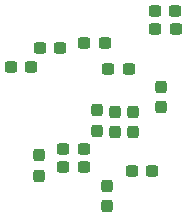
<source format=gbr>
%TF.GenerationSoftware,KiCad,Pcbnew,9.0.3*%
%TF.CreationDate,2025-07-24T02:47:58+05:30*%
%TF.ProjectId,DevBoard_F1C100s_Rev2,44657642-6f61-4726-945f-463143313030,rev?*%
%TF.SameCoordinates,Original*%
%TF.FileFunction,Paste,Bot*%
%TF.FilePolarity,Positive*%
%FSLAX46Y46*%
G04 Gerber Fmt 4.6, Leading zero omitted, Abs format (unit mm)*
G04 Created by KiCad (PCBNEW 9.0.3) date 2025-07-24 02:47:58*
%MOMM*%
%LPD*%
G01*
G04 APERTURE LIST*
G04 Aperture macros list*
%AMRoundRect*
0 Rectangle with rounded corners*
0 $1 Rounding radius*
0 $2 $3 $4 $5 $6 $7 $8 $9 X,Y pos of 4 corners*
0 Add a 4 corners polygon primitive as box body*
4,1,4,$2,$3,$4,$5,$6,$7,$8,$9,$2,$3,0*
0 Add four circle primitives for the rounded corners*
1,1,$1+$1,$2,$3*
1,1,$1+$1,$4,$5*
1,1,$1+$1,$6,$7*
1,1,$1+$1,$8,$9*
0 Add four rect primitives between the rounded corners*
20,1,$1+$1,$2,$3,$4,$5,0*
20,1,$1+$1,$4,$5,$6,$7,0*
20,1,$1+$1,$6,$7,$8,$9,0*
20,1,$1+$1,$8,$9,$2,$3,0*%
G04 Aperture macros list end*
%ADD10RoundRect,0.237500X0.300000X0.237500X-0.300000X0.237500X-0.300000X-0.237500X0.300000X-0.237500X0*%
%ADD11RoundRect,0.237500X-0.300000X-0.237500X0.300000X-0.237500X0.300000X0.237500X-0.300000X0.237500X0*%
%ADD12RoundRect,0.237500X-0.237500X0.300000X-0.237500X-0.300000X0.237500X-0.300000X0.237500X0.300000X0*%
%ADD13RoundRect,0.237500X0.237500X-0.300000X0.237500X0.300000X-0.237500X0.300000X-0.237500X-0.300000X0*%
G04 APERTURE END LIST*
D10*
%TO.C,C9*%
X147737500Y-55650000D03*
X149462500Y-55650000D03*
%TD*%
%TO.C,C12*%
X145287500Y-57225000D03*
X147012500Y-57225000D03*
%TD*%
D11*
%TO.C,C8*%
X153237500Y-55200000D03*
X151512500Y-55200000D03*
%TD*%
D10*
%TO.C,C5*%
X149737500Y-64200000D03*
X151462500Y-64200000D03*
%TD*%
D12*
%TO.C,C14*%
X147700000Y-64737500D03*
X147700000Y-66462500D03*
%TD*%
D13*
%TO.C,C4*%
X154100000Y-61025000D03*
X154100000Y-62750000D03*
%TD*%
%TO.C,C3*%
X155600000Y-61025000D03*
X155600000Y-62750000D03*
%TD*%
D11*
%TO.C,C18*%
X155537500Y-66025000D03*
X157262500Y-66025000D03*
%TD*%
D12*
%TO.C,C7*%
X153475000Y-67337500D03*
X153475000Y-69062500D03*
%TD*%
D13*
%TO.C,C2*%
X152600000Y-60937500D03*
X152600000Y-62662500D03*
%TD*%
D11*
%TO.C,C15*%
X157512500Y-54050000D03*
X159237500Y-54050000D03*
%TD*%
%TO.C,C13*%
X157500000Y-52475000D03*
X159225000Y-52475000D03*
%TD*%
D13*
%TO.C,C11*%
X158000000Y-60662500D03*
X158000000Y-58937500D03*
%TD*%
D10*
%TO.C,C10*%
X155262500Y-57450000D03*
X153537500Y-57450000D03*
%TD*%
%TO.C,C6*%
X149750000Y-65700000D03*
X151475000Y-65700000D03*
%TD*%
M02*

</source>
